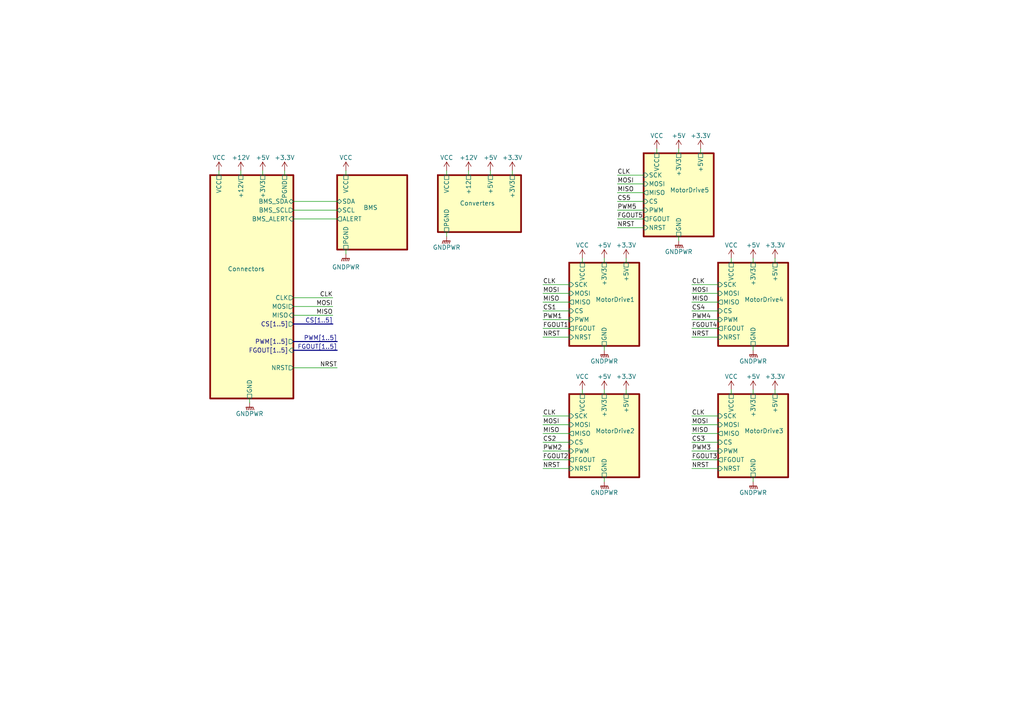
<source format=kicad_sch>
(kicad_sch (version 20230121) (generator eeschema)
  (paper "A4")
  (title_block (title "Powerboard") (date "2024-01-18") (rev "v0.1"))
  (lib_symbols
    (symbol "power:+12V" (power) (pin_names (offset 0))
      (property "Value" "+12V" (at 0 3.556 0))
      (symbol "+12V_0_1"
        (polyline (pts (xy -0.762 1.27) (xy 0 2.54)))
        (polyline (pts (xy 0 0) (xy 0 2.54)))
        (polyline (pts (xy 0 2.54) (xy 0.762 1.27)))
      )
      (symbol "+12V_1_1"
        (pin power_in line (at 0 0 90) (length 0) hide (name "+12V") (number "1"))
      )
    )
    (symbol "power:+3.3V" (power) (pin_names (offset 0))
      (property "Value" "+3.3V" (at 0 3.556 0))
      (symbol "+3.3V_0_1"
        (polyline (pts (xy -0.762 1.27) (xy 0 2.54)))
        (polyline (pts (xy 0 0) (xy 0 2.54)))
        (polyline (pts (xy 0 2.54) (xy 0.762 1.27)))
      )
      (symbol "+3.3V_1_1"
        (pin power_in line (at 0 0 90) (length 0) hide (name "+3.3V") (number "1"))
      )
    )
    (symbol "power:+5V" (power) (pin_names (offset 0))
      (property "Value" "+5V" (at 0 3.556 0))
      (symbol "+5V_0_1"
        (polyline (pts (xy -0.762 1.27) (xy 0 2.54)))
        (polyline (pts (xy 0 0) (xy 0 2.54)))
        (polyline (pts (xy 0 2.54) (xy 0.762 1.27)))
      )
      (symbol "+5V_1_1"
        (pin power_in line (at 0 0 90) (length 0) hide (name "+5V") (number "1"))
      )
    )
    (symbol "power:GNDPWR" (power) (pin_names (offset 0))
      (property "Value" "GNDPWR" (at 0 -3.302 0))
      (symbol "GNDPWR_0_1"
        (polyline (pts (xy 0 -1.27) (xy 0 0)))
        (polyline (pts (xy -1.016 -1.27) (xy -1.27 -2.032) (xy -1.27 -2.032)) (stroke (width 0.2032)))
        (polyline (pts (xy -0.508 -1.27) (xy -0.762 -2.032) (xy -0.762 -2.032)) (stroke (width 0.2032)))
        (polyline (pts (xy 0 -1.27) (xy -0.254 -2.032) (xy -0.254 -2.032)) (stroke (width 0.2032)))
        (polyline (pts (xy 0.508 -1.27) (xy 0.254 -2.032) (xy 0.254 -2.032)) (stroke (width 0.2032)))
        (polyline (pts (xy 1.016 -1.27) (xy -1.016 -1.27) (xy -1.016 -1.27)) (stroke (width 0.2032)))
        (polyline (pts (xy 1.016 -1.27) (xy 0.762 -2.032) (xy 0.762 -2.032) (xy 0.762 -2.032)) (stroke (width 0.2032)))
      )
      (symbol "GNDPWR_1_1"
        (pin power_in line (at 0 0 270) (length 0) hide (name "GNDPWR") (number "1"))
      )
    )
    (symbol "power:VCC" (power) (pin_names (offset 0))
      (property "Value" "VCC" (at 0 3.81 0))
      (symbol "VCC_0_1"
        (polyline (pts (xy -0.762 1.27) (xy 0 2.54)))
        (polyline (pts (xy 0 0) (xy 0 2.54)))
        (polyline (pts (xy 0 2.54) (xy 0.762 1.27)))
      )
      (symbol "VCC_1_1"
        (pin power_in line (at 0 0 90) (length 0) hide (name "VCC") (number "1"))
      )
    )
  )
  (wire (pts (xy 157.48 123.19) (xy 165.1 123.19)))
  (wire (pts (xy 157.48 95.25) (xy 165.1 95.25)))
  (wire (pts (xy 179.07 60.96) (xy 186.69 60.96)))
  (wire (pts (xy 157.48 87.63) (xy 165.1 87.63)))
  (wire (pts (xy 157.48 128.27) (xy 165.1 128.27)))
  (wire (pts (xy 142.24 49.53) (xy 142.24 50.8)))
  (wire (pts (xy 85.09 88.9) (xy 96.52 88.9)))
  (wire (pts (xy 157.48 130.81) (xy 165.1 130.81)))
  (bus (pts (xy 85.09 93.98) (xy 96.52 93.98)))
  (wire (pts (xy 196.85 43.18) (xy 196.85 44.45)))
  (wire (pts (xy 157.48 82.55) (xy 165.1 82.55)))
  (wire (pts (xy 157.48 85.09) (xy 165.1 85.09)))
  (wire (pts (xy 200.66 97.79) (xy 208.28 97.79)))
  (wire (pts (xy 181.61 113.03) (xy 181.61 114.3)))
  (wire (pts (xy 200.66 120.65) (xy 208.28 120.65)))
  (wire (pts (xy 168.91 113.03) (xy 168.91 114.3)))
  (wire (pts (xy 100.33 72.39) (xy 100.33 73.66)))
  (bus (pts (xy 85.09 99.06) (xy 97.79 99.06)))
  (wire (pts (xy 200.66 92.71) (xy 208.28 92.71)))
  (wire (pts (xy 157.48 125.73) (xy 165.1 125.73)))
  (wire (pts (xy 76.2 49.53) (xy 76.2 50.8)))
  (wire (pts (xy 72.39 115.57) (xy 72.39 116.84)))
  (wire (pts (xy 181.61 74.93) (xy 181.61 76.2)))
  (wire (pts (xy 200.66 82.55) (xy 208.28 82.55)))
  (wire (pts (xy 212.09 74.93) (xy 212.09 76.2)))
  (wire (pts (xy 190.5 43.18) (xy 190.5 44.45)))
  (wire (pts (xy 200.66 90.17) (xy 208.28 90.17)))
  (wire (pts (xy 224.79 74.93) (xy 224.79 76.2)))
  (wire (pts (xy 200.66 87.63) (xy 208.28 87.63)))
  (wire (pts (xy 212.09 113.03) (xy 212.09 114.3)))
  (wire (pts (xy 85.09 60.96) (xy 97.79 60.96)))
  (wire (pts (xy 200.66 133.35) (xy 208.28 133.35)))
  (wire (pts (xy 85.09 63.5) (xy 97.79 63.5)))
  (wire (pts (xy 218.44 100.33) (xy 218.44 101.6)))
  (wire (pts (xy 218.44 138.43) (xy 218.44 139.7)))
  (wire (pts (xy 175.26 113.03) (xy 175.26 114.3)))
  (wire (pts (xy 157.48 135.89) (xy 165.1 135.89)))
  (wire (pts (xy 200.66 125.73) (xy 208.28 125.73)))
  (wire (pts (xy 179.07 53.34) (xy 186.69 53.34)))
  (wire (pts (xy 196.85 68.58) (xy 196.85 69.85)))
  (wire (pts (xy 82.55 49.53) (xy 82.55 50.8)))
  (wire (pts (xy 157.48 120.65) (xy 165.1 120.65)))
  (wire (pts (xy 69.85 49.53) (xy 69.85 50.8)))
  (wire (pts (xy 148.59 49.53) (xy 148.59 50.8)))
  (wire (pts (xy 203.2 43.18) (xy 203.2 44.45)))
  (wire (pts (xy 179.07 63.5) (xy 186.69 63.5)))
  (wire (pts (xy 179.07 55.88) (xy 186.69 55.88)))
  (wire (pts (xy 175.26 138.43) (xy 175.26 139.7)))
  (wire (pts (xy 100.33 49.53) (xy 100.33 50.8)))
  (wire (pts (xy 85.09 106.68) (xy 97.79 106.68)))
  (bus (pts (xy 85.09 101.6) (xy 97.79 101.6)))
  (wire (pts (xy 200.66 123.19) (xy 208.28 123.19)))
  (wire (pts (xy 129.54 67.31) (xy 129.54 68.58)))
  (wire (pts (xy 175.26 74.93) (xy 175.26 76.2)))
  (wire (pts (xy 200.66 135.89) (xy 208.28 135.89)))
  (wire (pts (xy 200.66 130.81) (xy 208.28 130.81)))
  (wire (pts (xy 179.07 50.8) (xy 186.69 50.8)))
  (wire (pts (xy 218.44 113.03) (xy 218.44 114.3)))
  (wire (pts (xy 157.48 97.79) (xy 165.1 97.79)))
  (wire (pts (xy 85.09 58.42) (xy 97.79 58.42)))
  (wire (pts (xy 224.79 113.03) (xy 224.79 114.3)))
  (wire (pts (xy 85.09 86.36) (xy 96.52 86.36)))
  (wire (pts (xy 175.26 100.33) (xy 175.26 101.6)))
  (wire (pts (xy 135.89 49.53) (xy 135.89 50.8)))
  (wire (pts (xy 157.48 92.71) (xy 165.1 92.71)))
  (wire (pts (xy 218.44 74.93) (xy 218.44 76.2)))
  (wire (pts (xy 129.54 49.53) (xy 129.54 50.8)))
  (wire (pts (xy 168.91 74.93) (xy 168.91 76.2)))
  (wire (pts (xy 157.48 90.17) (xy 165.1 90.17)))
  (wire (pts (xy 63.5 49.53) (xy 63.5 50.8)))
  (wire (pts (xy 157.48 133.35) (xy 165.1 133.35)))
  (wire (pts (xy 179.07 58.42) (xy 186.69 58.42)))
  (wire (pts (xy 200.66 85.09) (xy 208.28 85.09)))
  (wire (pts (xy 179.07 66.04) (xy 186.69 66.04)))
  (wire (pts (xy 200.66 128.27) (xy 208.28 128.27)))
  (wire (pts (xy 200.66 95.25) (xy 208.28 95.25)))
  (wire (pts (xy 85.09 91.44) (xy 96.52 91.44)))
  (label "MISO" (at 157.48 87.63 0))
  (label "NRST" (at 200.66 135.89 0))
  (label "PWM1" (at 157.48 92.71 0))
  (label "MISO" (at 200.66 87.63 0))
  (label "FGOUT5" (at 179.07 63.5 0))
  (label "CLK" (at 200.66 82.55 0))
  (label "MOSI" (at 200.66 85.09 0))
  (label "MOSI" (at 200.66 123.19 0))
  (label "CS5" (at 179.07 58.42 0))
  (label "CS1" (at 157.48 90.17 0))
  (label "CS2" (at 157.48 128.27 0))
  (label "FGOUT1" (at 157.48 95.25 0))
  (label "NRST" (at 97.79 106.68 180))
  (label "CLK" (at 179.07 50.8 0))
  (label "CS[1..5]" (at 96.52 93.98 180))
  (label "CLK" (at 200.66 120.65 0))
  (label "CS4" (at 200.66 90.17 0))
  (label "MISO" (at 179.07 55.88 0))
  (label "MOSI" (at 179.07 53.34 0))
  (label "MOSI" (at 96.52 88.9 180))
  (label "NRST" (at 200.66 97.79 0))
  (label "CLK" (at 157.48 120.65 0))
  (label "CS3" (at 200.66 128.27 0))
  (label "NRST" (at 157.48 97.79 0))
  (label "NRST" (at 157.48 135.89 0))
  (label "FGOUT2" (at 157.48 133.35 0))
  (label "NRST" (at 179.07 66.04 0))
  (label "CLK" (at 96.52 86.36 180))
  (label "MOSI" (at 157.48 123.19 0))
  (label "PWM2" (at 157.48 130.81 0))
  (label "CLK" (at 157.48 82.55 0))
  (label "PWM3" (at 200.66 130.81 0))
  (label "PWM4" (at 200.66 92.71 0))
  (label "PWM[1..5]" (at 97.79 99.06 180))
  (label "MISO" (at 157.48 125.73 0))
  (label "MISO" (at 96.52 91.44 180))
  (label "FGOUT[1..5]" (at 97.79 101.6 180))
  (label "MISO" (at 200.66 125.73 0))
  (label "FGOUT3" (at 200.66 133.35 0))
  (label "PWM5" (at 179.07 60.96 0))
  (label "MOSI" (at 157.48 85.09 0))
  (label "FGOUT4" (at 200.66 95.25 0))
  (symbol (lib_id "power:+12V") (at 69.85 49.53 0) (unit 1)
    (property "Reference" "#PWR052" (effects hide))
    (property "Value" "+12V" (at 69.85 45.72 0))
  )
  (symbol (lib_id "power:+3.3V") (at 224.79 113.03 0) (unit 1)
    (property "Reference" "#PWR019" (effects hide))
    (property "Value" "+3.3V" (at 224.79 109.22 0))
  )
  (symbol (lib_id "power:+3.3V") (at 148.59 49.53 0) (unit 1)
    (property "Reference" "#PWR05" (effects hide))
    (property "Value" "+3.3V" (at 148.59 45.72 0))
  )
  (symbol (lib_id "power:+5V") (at 175.26 74.93 0) (unit 1)
    (property "Reference" "#PWR013" (effects hide))
    (property "Value" "+5V" (at 175.26 71.12 0))
  )
  (symbol (lib_id "power:+5V") (at 218.44 113.03 0) (unit 1)
    (property "Reference" "#PWR018" (effects hide))
    (property "Value" "+5V" (at 218.44 109.22 0))
  )
  (symbol (lib_id "power:GNDPWR") (at 72.39 116.84 0) (mirror y) (unit 1)
    (property "Reference" "#PWR07" (effects hide))
    (property "Value" "GNDPWR" (at 72.39 120.015 0))
  )
  (symbol (lib_id "power:+3.3V") (at 181.61 113.03 0) (unit 1)
    (property "Reference" "#PWR012" (effects hide))
    (property "Value" "+3.3V" (at 181.61 109.22 0))
  )
  (symbol (lib_id "power:+5V") (at 218.44 74.93 0) (unit 1)
    (property "Reference" "#PWR022" (effects hide))
    (property "Value" "+5V" (at 218.44 71.12 0))
  )
  (symbol (lib_id "power:VCC") (at 168.91 113.03 0) (unit 1)
    (property "Reference" "#PWR06" (effects hide))
    (property "Value" "VCC" (at 168.91 109.22 0))
  )
  (symbol (lib_id "power:GNDPWR") (at 100.33 73.66 0) (unit 1)
    (property "Reference" "#PWR09" (effects hide))
    (property "Value" "GNDPWR" (at 100.33 77.47 0))
  )
  (symbol (lib_id "power:VCC") (at 190.5 43.18 0) (unit 1)
    (property "Reference" "#PWR062" (effects hide))
    (property "Value" "VCC" (at 190.5 39.37 0))
  )
  (symbol (lib_id "power:+3.3V") (at 203.2 43.18 0) (unit 1)
    (property "Reference" "#PWR064" (effects hide))
    (property "Value" "+3.3V" (at 203.2 39.37 0))
  )
  (symbol (lib_id "power:VCC") (at 63.5 49.53 0) (unit 1)
    (property "Reference" "#PWR051" (effects hide))
    (property "Value" "VCC" (at 63.5 45.72 0))
  )
  (symbol (lib_id "power:VCC") (at 212.09 74.93 0) (unit 1)
    (property "Reference" "#PWR021" (effects hide))
    (property "Value" "VCC" (at 212.09 71.12 0))
  )
  (symbol (lib_id "power:GNDPWR") (at 218.44 139.7 0) (mirror y) (unit 1)
    (property "Reference" "#PWR020" (effects hide))
    (property "Value" "GNDPWR" (at 218.44 142.875 0))
  )
  (symbol (lib_id "power:+12V") (at 135.89 49.53 0) (unit 1)
    (property "Reference" "#PWR03" (effects hide))
    (property "Value" "+12V" (at 135.89 45.72 0))
  )
  (symbol (lib_id "power:VCC") (at 129.54 49.53 0) (unit 1)
    (property "Reference" "#PWR02" (effects hide))
    (property "Value" "VCC" (at 129.54 45.72 0))
  )
  (symbol (lib_id "power:+5V") (at 76.2 49.53 0) (unit 1)
    (property "Reference" "#PWR053" (effects hide))
    (property "Value" "+5V" (at 76.2 45.72 0))
  )
  (symbol (lib_id "power:GNDPWR") (at 129.54 68.58 0) (unit 1)
    (property "Reference" "#PWR08" (effects hide))
    (property "Value" "GNDPWR" (at 129.54 71.755 0))
  )
  (symbol (lib_id "power:+3.3V") (at 181.61 74.93 0) (unit 1)
    (property "Reference" "#PWR014" (effects hide))
    (property "Value" "+3.3V" (at 181.61 71.12 0))
  )
  (symbol (lib_id "power:VCC") (at 168.91 74.93 0) (unit 1)
    (property "Reference" "#PWR010" (effects hide))
    (property "Value" "VCC" (at 168.91 71.12 0))
  )
  (symbol (lib_id "power:+5V") (at 196.85 43.18 0) (unit 1)
    (property "Reference" "#PWR063" (effects hide))
    (property "Value" "+5V" (at 196.85 39.37 0))
  )
  (symbol (lib_id "power:GNDPWR") (at 175.26 101.6 0) (mirror y) (unit 1)
    (property "Reference" "#PWR017" (effects hide))
    (property "Value" "GNDPWR" (at 175.26 104.775 0))
  )
  (symbol (lib_id "power:VCC") (at 100.33 49.53 0) (unit 1)
    (property "Reference" "#PWR01" (effects hide))
    (property "Value" "VCC" (at 100.33 45.72 0))
  )
  (symbol (lib_id "power:+5V") (at 142.24 49.53 0) (unit 1)
    (property "Reference" "#PWR04" (effects hide))
    (property "Value" "+5V" (at 142.24 45.72 0))
  )
  (symbol (lib_id "power:VCC") (at 212.09 113.03 0) (unit 1)
    (property "Reference" "#PWR016" (effects hide))
    (property "Value" "VCC" (at 212.09 109.22 0))
  )
  (symbol (lib_id "power:+5V") (at 175.26 113.03 0) (unit 1)
    (property "Reference" "#PWR011" (effects hide))
    (property "Value" "+5V" (at 175.26 109.22 0))
  )
  (symbol (lib_id "power:+3.3V") (at 224.79 74.93 0) (unit 1)
    (property "Reference" "#PWR023" (effects hide))
    (property "Value" "+3.3V" (at 224.79 71.12 0))
  )
  (symbol (lib_id "power:GNDPWR") (at 175.26 139.7 0) (mirror y) (unit 1)
    (property "Reference" "#PWR015" (effects hide))
    (property "Value" "GNDPWR" (at 175.26 142.875 0))
  )
  (symbol (lib_id "power:GNDPWR") (at 196.85 69.85 0) (mirror y) (unit 1)
    (property "Reference" "#PWR065" (effects hide))
    (property "Value" "GNDPWR" (at 196.85 73.025 0))
  )
  (symbol (lib_id "power:GNDPWR") (at 218.44 101.6 0) (mirror y) (unit 1)
    (property "Reference" "#PWR024" (effects hide))
    (property "Value" "GNDPWR" (at 218.44 104.775 0))
  )
  (symbol (lib_id "power:+3.3V") (at 82.55 49.53 0) (unit 1)
    (property "Reference" "#PWR054" (effects hide))
    (property "Value" "+3.3V" (at 82.55 45.72 0))
  )
  (sheet (at 165.1 114.3) (size 20.32 24.13) (stroke (width 0.5) (color 132 0 0 1)) (fill (color 255 255 194 1.0000))
    (property "Sheetname" "MotorDrive2" (at 172.72 125.73 0) (effects (justify left bottom)))
    (property "Sheetfile" "MotorConn.kicad_sch" (effects hide))
    (pin "GND" passive (at 175.26 138.43 270))
    (pin "+5V" passive (at 181.61 114.3 90))
    (pin "VCC" passive (at 168.91 114.3 90))
    (pin "MOSI" input (at 165.1 123.19 180))
    (pin "MISO" output (at 165.1 125.73 180))
    (pin "SCK" input (at 165.1 120.65 180))
    (pin "CS" input (at 165.1 128.27 180))
    (pin "+3V3" passive (at 175.26 114.3 90))
    (pin "NRST" input (at 165.1 135.89 180))
    (pin "FGOUT" output (at 165.1 133.35 180))
    (pin "PWM" input (at 165.1 130.81 180))
  )
  (sheet (at 97.79 50.8) (size 20.32 21.59) (stroke (width 0.5) (color 132 0 0 1)) (fill (color 255 255 194 1.0000))
    (property "Sheetname" "BMS" (at 105.41 60.96 0) (effects (justify left bottom)))
    (property "Sheetfile" "BMS.kicad_sch" (effects hide))
    (pin "VCC" passive (at 100.33 50.8 90))
    (pin "PGND" passive (at 100.33 72.39 270))
    (pin "SCL" bidirectional (at 97.79 60.96 180))
    (pin "SDA" bidirectional (at 97.79 58.42 180))
    (pin "ALERT" output (at 97.79 63.5 180))
  )
  (sheet (at 60.96 50.8) (size 24.13 64.77) (stroke (width 0.5) (color 132 0 0 1)) (fill (color 255 255 194 1.0000))
    (property "Sheetname" "Connectors" (at 66.04 78.74 0) (effects (justify left bottom)))
    (property "Sheetfile" "Connectors.kicad_sch" (effects hide))
    (pin "PWM[1..5]" output (at 85.09 99.06 0))
    (pin "BMS_SDA" bidirectional (at 85.09 58.42 0))
    (pin "BMS_SCL" output (at 85.09 60.96 0))
    (pin "VCC" passive (at 63.5 50.8 90))
    (pin "+12V" passive (at 69.85 50.8 90))
    (pin "+3V3" passive (at 76.2 50.8 90))
    (pin "PGND" passive (at 82.55 50.8 90))
    (pin "BMS_ALERT" input (at 85.09 63.5 0))
    (pin "GND" passive (at 72.39 115.57 270))
    (pin "MOSI" output (at 85.09 88.9 0))
    (pin "MISO" input (at 85.09 91.44 0))
    (pin "CLK" output (at 85.09 86.36 0))
    (pin "CS[1..5]" output (at 85.09 93.98 0))
    (pin "NRST" output (at 85.09 106.68 0))
    (pin "FGOUT[1..5]" input (at 85.09 101.6 0))
  )
  (sheet (at 208.28 76.2) (size 20.32 24.13) (stroke (width 0.5) (color 132 0 0 1)) (fill (color 255 255 194 1.0000))
    (property "Sheetname" "MotorDrive4" (at 215.9 87.63 0) (effects (justify left bottom)))
    (property "Sheetfile" "MotorConn.kicad_sch" (effects hide))
    (pin "GND" passive (at 218.44 100.33 270))
    (pin "+5V" passive (at 224.79 76.2 90))
    (pin "VCC" passive (at 212.09 76.2 90))
    (pin "MOSI" input (at 208.28 85.09 180))
    (pin "MISO" output (at 208.28 87.63 180))
    (pin "SCK" input (at 208.28 82.55 180))
    (pin "CS" input (at 208.28 90.17 180))
    (pin "+3V3" passive (at 218.44 76.2 90))
    (pin "NRST" input (at 208.28 97.79 180))
    (pin "FGOUT" output (at 208.28 95.25 180))
    (pin "PWM" input (at 208.28 92.71 180))
  )
  (sheet (at 127 50.8) (size 24.13 16.51) (stroke (width 0.5) (color 132 0 0 1)) (fill (color 255 255 194 1.0000))
    (property "Sheetname" "Converters" (at 133.35 59.69 0) (effects (justify left bottom)))
    (property "Sheetfile" "Converters.kicad_sch" (effects hide))
    (pin "+12" passive (at 135.89 50.8 90))
    (pin "PGND" passive (at 129.54 67.31 270))
    (pin "VCC" passive (at 129.54 50.8 90))
    (pin "+5V" passive (at 142.24 50.8 90))
    (pin "+3V3" passive (at 148.59 50.8 90))
  )
  (sheet (at 186.69 44.45) (size 20.32 24.13) (stroke (width 0.5) (color 132 0 0 1)) (fill (color 255 255 194 1.0000))
    (property "Sheetname" "MotorDrive5" (at 194.31 55.88 0) (effects (justify left bottom)))
    (property "Sheetfile" "MotorConn.kicad_sch" (effects hide))
    (pin "GND" passive (at 196.85 68.58 270))
    (pin "+5V" passive (at 203.2 44.45 90))
    (pin "VCC" passive (at 190.5 44.45 90))
    (pin "MOSI" input (at 186.69 53.34 180))
    (pin "MISO" output (at 186.69 55.88 180))
    (pin "SCK" input (at 186.69 50.8 180))
    (pin "CS" input (at 186.69 58.42 180))
    (pin "+3V3" passive (at 196.85 44.45 90))
    (pin "NRST" input (at 186.69 66.04 180))
    (pin "FGOUT" output (at 186.69 63.5 180))
    (pin "PWM" input (at 186.69 60.96 180))
  )
  (sheet (at 165.1 76.2) (size 20.32 24.13) (stroke (width 0.5) (color 132 0 0 1)) (fill (color 255 255 194 1.0000))
    (property "Sheetname" "MotorDrive1" (at 172.72 87.63 0) (effects (justify left bottom)))
    (property "Sheetfile" "MotorConn.kicad_sch" (effects hide))
    (pin "GND" passive (at 175.26 100.33 270))
    (pin "+5V" passive (at 181.61 76.2 90))
    (pin "VCC" passive (at 168.91 76.2 90))
    (pin "MOSI" input (at 165.1 85.09 180))
    (pin "MISO" output (at 165.1 87.63 180))
    (pin "SCK" input (at 165.1 82.55 180))
    (pin "CS" input (at 165.1 90.17 180))
    (pin "+3V3" passive (at 175.26 76.2 90))
    (pin "NRST" input (at 165.1 97.79 180))
    (pin "FGOUT" output (at 165.1 95.25 180))
    (pin "PWM" input (at 165.1 92.71 180))
  )
  (sheet (at 208.28 114.3) (size 20.32 24.13) (stroke (width 0.5) (color 132 0 0 1)) (fill (color 255 255 194 1.0000))
    (property "Sheetname" "MotorDrive3" (at 215.9 125.73 0) (effects (justify left bottom)))
    (property "Sheetfile" "MotorConn.kicad_sch" (effects hide))
    (pin "GND" passive (at 218.44 138.43 270))
    (pin "+5V" passive (at 224.79 114.3 90))
    (pin "VCC" passive (at 212.09 114.3 90))
    (pin "MOSI" input (at 208.28 123.19 180))
    (pin "MISO" output (at 208.28 125.73 180))
    (pin "SCK" input (at 208.28 120.65 180))
    (pin "CS" input (at 208.28 128.27 180))
    (pin "+3V3" passive (at 218.44 114.3 90))
    (pin "NRST" input (at 208.28 135.89 180))
    (pin "FGOUT" output (at 208.28 133.35 180))
    (pin "PWM" input (at 208.28 130.81 180))
  )
)
</source>
